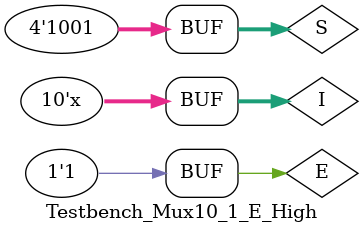
<source format=v>
`timescale 1ns / 1ps


module Testbench_Mux10_1_E_High;

	// Inputs
	reg [9:0] I;
	reg [3:0] S;
	reg E;

	// Outputs
	wire Y;

	// Instantiate the Unit Under Test (UUT)
	Mux10_1_E_High uut (
		.I(I), 
		.S(S), 
		.E(E), 
		.Y(Y)
	);

	initial begin
		// Initialize Inputs
		I = 0;
		S = 0;
		E = 0;

		// Wait 100 ns for global reset to finish
		#100;
        
		// Add stimulus here
		E = 1;
	
		//00
		S = 4'b0000;
		#600;
		S = 4'b0001;
		#500;
		S = 4'b0010;
		#500;
		S = 4'b0011;
		#500;
		
		//01
		S = 4'b0100;
		#500;
		S = 4'b0101;
		#500;
		S = 4'b0110;
		#500;
		S = 4'b0111;
		#500;		

		//10
		S = 4'b1000;
		#500;
		S = 4'b1001;
		#500;
		
	end
	always #5 I[9] = ~I[9];
	always #10 I[8] = ~I[8];
	always #15 I[7] = ~I[7];
	always #20 I[6] = ~I[6];
	always #25 I[5] = ~I[5];
	always #30 I[4] = ~I[4];
	always #35 I[3] = ~I[3];
	always #40 I[2] = ~I[2];
	always #45 I[1] = ~I[1];
	always #50 I[0] = ~I[0];
	
 
endmodule


</source>
